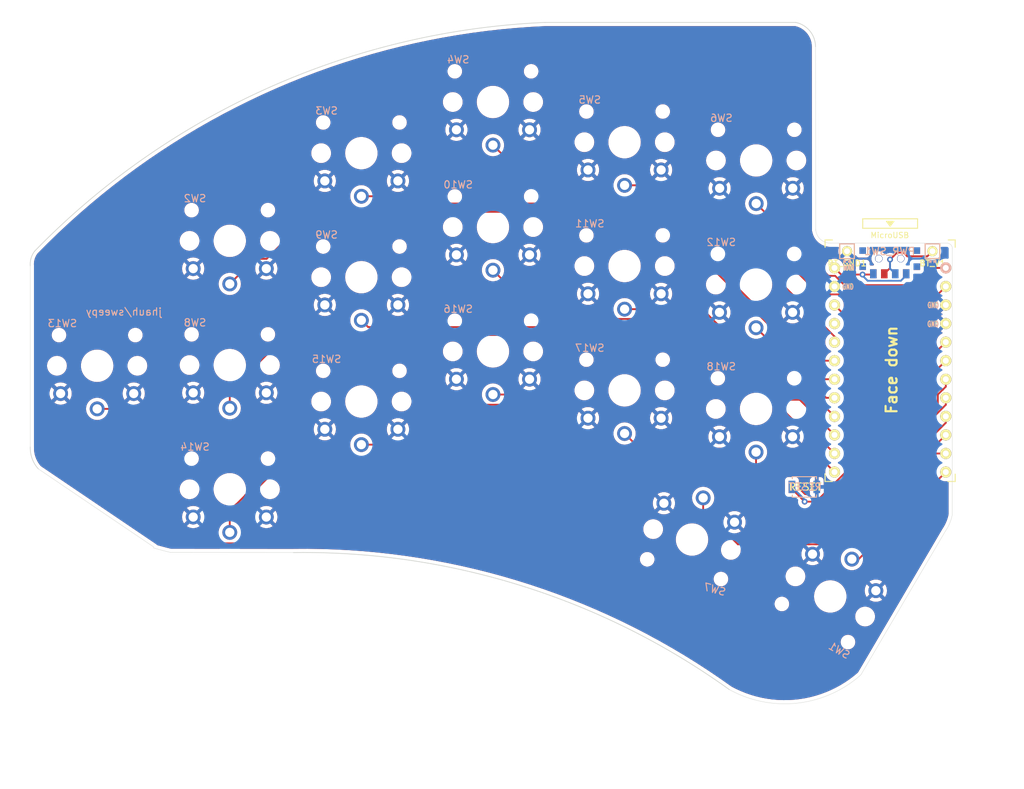
<source format=kicad_pcb>
(kicad_pcb (version 20211014) (generator pcbnew)
  (layers (0 "F.Cu" signal) (31 "B.Cu" signal) (34 "B.Paste" user) (35 "F.Paste" user) (36 "B.SilkS" user "B.Silkscreen") (37 "F.SilkS" user "F.Silkscreen") (38 "B.Mask" user) (39 "F.Mask" user) (44 "Edge.Cuts" user))
  (net 0 "")
  (net 1 "Net-(BT_V1-Pad1)")
  (net 2 "Net-(RSW1-Pad1)")
  (net 3 "GND")
  (net 4 "switch1")
  (net 5 "switch6")
  (net 6 "switch11")
  (net 7 "switch16")
  (net 8 "switch2")
  (net 9 "switch7")
  (net 10 "switch12")
  (net 11 "switch17")
  (net 12 "switch3")
  (net 13 "switch8")
  (net 14 "switch13")
  (net 15 "switch18")
  (net 16 "switch4")
  (net 17 "switch9")
  (net 18 "switch14")
  (net 19 "switch5")
  (net 20 "switch10")
  (net 21 "switch15")
  (net 22 "VCC")
  (net 23 "Net-(PWR_SW1-Pad3)")
  (footprint "kbd:ProMicro_v3_min" (layer "F.Cu") (at 138.117535 67.199212)
    (fp_text reference "U1" hide)
    (fp_text value "ProMicro" hide)
    (fp_text user "RAW" (at -5.64 -14.52 unlocked) (layer "B.SilkS") (effects (font (size 0.75 0.5) (thickness 0.125)) (justify mirror)))
    (fp_text user "GND" (at -5.77 -11.88) (layer "B.SilkS") (effects (font (size 0.75 0.5) (thickness 0.125)) (justify mirror)))
    (fp_text user "" (at -1.2065 -16.256) (layer "B.SilkS") (effects (justify mirror)))
    (fp_text user "GND" (at 5.88 -9.35) (layer "B.SilkS") (effects (font (size 0.75 0.5) (thickness 0.125)) (justify mirror)))
    (fp_text user "GND" (at 5.86 -6.77) (layer "B.SilkS") (effects (font (size 0.75 0.5) (thickness 0.125)) (justify mirror)))
    (fp_text user "GND" (at -5.77 -11.91) (layer "F.SilkS") (effects (font (size 0.75 0.5) (thickness 0.125))))
    (fp_text user "GND" (at 5.86 -6.8) (layer "F.SilkS") (effects (font (size 0.75 0.5) (thickness 0.125))))
    (fp_text user "" (at -0.5 -17.25) (layer "F.SilkS"))
    (fp_text user "GND" (at 5.88 -9.38) (layer "F.SilkS") (effects (font (size 0.75 0.5) (thickness 0.125))))
    (fp_text user "MicroUSB" (at -0.05 -18.95) (layer "F.SilkS") (effects (font (size 0.75 0.75) (thickness 0.12))))
    (fp_text user "RAW" (at -5.646009 -14.477575) (layer "F.SilkS") (effects (font (size 0.75 0.5) (thickness 0.125))))
    (fp_line (start 8.9 14.75) (end 7.89 14.75) (layer "F.SilkS") (width 0.15))
    (fp_line (start 0.5 -20.85) (end 0 -20.2) (layer "F.SilkS") (width 0.15))
    (fp_line (start -8.9 14.75) (end -7.9 14.75) (layer "F.SilkS") (width 0.15))
    (fp_line (start -8.9 -18.3) (end -7.9 -18.3) (layer "F.SilkS") (width 0.15))
    (fp_line (start 3.75 -21.2) (end -3.75 -21.2) (layer "F.SilkS") (width 0.15))
    (fp_line (start -0.15 -20.4) (end 0.15 -20.4) (layer "F.SilkS") (width 0.15))
    (fp_line (start -0.5 -20.85) (end 0.5 -20.85) (layer "F.SilkS") (width 0.15))
    (fp_line (start 8.9 -18.3) (end 8.9 -17.3) (layer "F.SilkS") (width 0.15))
    (fp_line (start 3.75 -19.9) (end 3.75 -21.2) (layer "F.SilkS") (width 0.15))
    (fp_line (start 0 -20.2) (end -0.5 -20.85) (layer "F.SilkS") (width 0.15))
    (fp_line (start -8.9 13.7) (end -8.9 14.75) (layer "F.SilkS") (width 0.15))
    (fp_line (start -3.75 -19.9) (end 3.75 -19.9) (layer "F.SilkS") (width 0.15))
    (fp_line (start -0.25 -20.55) (end 0.25 -20.55) (layer "F.SilkS") (width 0.15))
    (fp_line (start 8.9 13.75) (end 8.9 14.75) (layer "F.SilkS") (width 0.15))
    (fp_line (start 8.9 -18.3) (end 7.95 -18.3) (layer "F.SilkS") (width 0.15))
    (fp_line (start -8.9 -18.3) (end -8.9 -17.3) (layer "F.SilkS") (width 0.15))
    (fp_line (start -0.35 -20.7) (end 0.35 -20.7) (layer "F.SilkS") (width 0.15))
    (fp_line (start -3.75 -21.2) (end -3.75 -19.9) (layer "F.SilkS") (width 0.15))
    (pad "1" thru_hole circle locked (at 7.6114 -14.478) (size 1.524 1.524) (drill 0.8128) (layers *.Cu *.SilkS *.Mask) (net 5 "switch6"))
    (pad "2" thru_hole circle locked (at 7.6114 -11.938) (size 1.524 1.524) (drill 0.8128) (layers *.Cu "F.SilkS" "B.Mask") (net 19 "switch5"))
    (pad "3" thru_hole circle locked (at 7.6114 -9.398) (size 1.524 1.524) (drill 0.8128) (layers *.Cu "F.SilkS" "B.Mask") (net 3 "GND"))
    (pad "4" thru_hole circle locked (at 7.6114 -6.858) (size 1.524 1.524) (drill 0.8128) (layers *.Cu "F.SilkS" "B.Mask") (net 3 "GND"))
    (pad "5" thru_hole circle locked (at 7.6114 -4.318) (size 1.524 1.524) (drill 0.8128) (layers *.Cu "F.SilkS" "B.Mask") (net 15 "switch18"))
    (pad "6" thru_hole circle locked (at 7.6114 -1.778) (size 1.524 1.524) (drill 0.8128) (layers *.Cu "F.SilkS" "B.Mask") (net 11 "switch17"))
    (pad "7" thru_hole circle locked (at 7.6114 0.762) (size 1.524 1.524) (drill 0.8128) (layers *.Cu "F.SilkS" "B.Mask") (net 7 "switch16"))
    (pad "8" thru_hole circle locked (at 7.6114 3.302) (size 1.524 1.524) (drill 0.8128) (layers *.Cu "F.SilkS" "B.Mask") (net 21 "switch15"))
    (pad "9" thru_hole circle locked (at 7.6114 5.842) (size 1.524 1.524) (drill 0.8128) (layers *.Cu "F.SilkS" "B.Mask") (net 18 "switch14"))
    (pad "10" thru_hole circle locked (at 7.6114 8.382) (size 1.524 1.524) (drill 0.8128) (layers *.Cu "F.SilkS" "B.Mask") (net 14 "switch13"))
    (pad "11" thru_hole circle locked (at 7.6114 10.922) (size 1.524 1.524) (drill 0.8128) (layers *.Cu "F.SilkS" "B.Mask") (net 9 "switch7"))
    (pad "12" thru_hole circle locked (at 7.6114 13.462) (size 1.524 1.524) (drill 0.8128) (layers *.Cu "F.SilkS" "B.Mask") (net 4 "switch1"))
    (pad "13" thru_hole circle locked (at -7.6086 13.462) (size 1.524 1.524) (drill 0.8128) (layers *.Cu "F.SilkS" "B.Mask") (net 13 "switch8"))
    (pad "14" thru_hole circle locked (at -7.6086 10.922) (size 1.524 1.524) (drill 0.8128) (layers *.Cu "F.SilkS" "B.Mask") (net 17 "switch9"))
    (pad "15" thru_hole circle locked (at -7.6086 8.382) (size 1.524 1.524) (drill 0.8128) (layers *.Cu "F.SilkS" "B.Mask") (net 20 "switch10"))
    (pad "16" thru_hole circle locked (at -7.6086 5.842) (size 1.524 1.524) (drill 0.8128) (layers *.Cu "F.SilkS" "B.Mask") (net 6 "switch11"))
    (pad "17" thru_hole circle locked (at -7.6086 3.302) (size 1.524 1.524) (drill 0.8128) (layers *.Cu "F.SilkS" "B.Mask") (net 10 "switch12"))
    (pad "18" thru_hole circle locked (at -7.6086 0.762) (size 1.524 1.524) (drill 0.8128) (layers *.Cu "F.SilkS" "B.Mask") (net 8 "switch2"))
    (pad "19" thru_hole circle locked (at -7.6086 -1.778) (size 1.524 1.524) (drill 0.8128) (layers *.Cu "F.SilkS" "B.Mask") (net 12 "switch3"))
    (pad "20" thru_hole circle locked (at -7.6086 -4.318) (size 1.524 1.524) (drill 0.8128) (layers *.Cu "F.SilkS" "B.Mask") (net 16 "switch4"))
    (pad "21" thru_hole circle locked (at -7.6086 -6.858) (size 1.524 1.524) (drill 0.8128) (layers *.Cu "F.SilkS" "B.Mask") (net 22 "VCC"))
    (pad "22" thru_hole circle locked (at -7.6086 -9.398) (size 1.524 1.524) (drill 0.8128) (layers *.Cu "F.SilkS" "B.Mask") (net 2 "Net-(RSW1-Pad1)"))
    (pad "23" thru_hole circle locked (at -7.6086 -11.938) (size 1.524 1.524) (drill 0.8128) (layers *.Cu "F.SilkS" "B.Mask") (net 3 "GND"))
    (pad "24" thru_hole circle locked (at -7.6086 -14.478) (size 1.524 1.524) (drill 0.8128) (layers *.Cu "F.SilkS" "B.Mask") (net 23 "Net-(PWR_SW1-Pad3)"))
  )
  (footprint "Sweepy:choc_switch_reversible" (layer "F.Cu") (at 83.795535 64.151212)
    (fp_text reference "SW16" hide)
    (fp_text value "SW_Push" hide)
    (fp_text user "${REFERENCE}" (at -4.76 -5.8) (layer "B.SilkS") (effects (justify mirror)))
    (pad "" np_thru_hole circle (at 0 0) (size 3.429 3.429) (drill 3.429) (layers *.Cu *.Mask))
    (pad "" np_thru_hole circle (at 5.22 -4.2) (size 0.9906 0.9906) (drill 0.9906) (layers *.Cu *.Mask))
    (pad "" np_thru_hole circle (at 5.5 0) (size 1.7018 1.7018) (drill 1.7018) (layers *.Cu *.Mask))
    (pad "" np_thru_hole circle (at -5.22 -4.2) (size 0.9906 0.9906) (drill 0.9906) (layers *.Cu *.Mask))
    (pad "" np_thru_hole circle (at -5.5 0) (size 1.7018 1.7018) (drill 1.7018) (layers *.Cu *.Mask))
    (pad "1" thru_hole circle (at 0 5.9) (size 2.032 2.032) (drill 1.27) (layers *.Cu *.Mask) (net 7 "switch16"))
    (pad "2" thru_hole circle (at 5 3.8) (size 2.032 2.032) (drill 1.27) (layers *.Cu *.Mask) (net 3 "GND"))
    (pad "2" thru_hole circle (at -5 3.8) (size 2.032 2.032) (drill 1.27) (layers *.Cu *.Mask) (net 3 "GND"))
  )
  (footprint "Sweepy:choc_switch_reversible" (layer "F.Cu") (at 129.930425 97.686425 150)
    (fp_text reference "SW1" hide)
    (fp_text value "SW_Push" hide)
    (fp_text user "${REFERENCE}" (at -4.76 -5.8 150) (layer "B.SilkS") (effects (justify mirror)))
    (pad "" np_thru_hole circle (at -5.22 -4.2 150) (size 0.9906 0.9906) (drill 0.9906) (layers *.Cu *.Mask))
    (pad "" np_thru_hole circle (at 0 0 150) (size 3.429 3.429) (drill 3.429) (layers *.Cu *.Mask))
    (pad "" np_thru_hole circle (at -5.5 0 150) (size 1.7018 1.7018) (drill 1.7018) (layers *.Cu *.Mask))
    (pad "" np_thru_hole circle (at 5.5 0 150) (size 1.7018 1.7018) (drill 1.7018) (layers *.Cu *.Mask))
    (pad "" np_thru_hole circle (at 5.22 -4.2 150) (size 0.9906 0.9906) (drill 0.9906) (layers *.Cu *.Mask))
    (pad "1" thru_hole circle (at 0 5.9 150) (size 2.032 2.032) (drill 1.27) (layers *.Cu *.Mask) (net 4 "switch1"))
    (pad "2" thru_hole circle (at -5 3.8 150) (size 2.032 2.032) (drill 1.27) (layers *.Cu *.Mask) (net 3 "GND"))
    (pad "2" thru_hole circle (at 5 3.8 150) (size 2.032 2.032) (drill 1.27) (layers *.Cu *.Mask) (net 3 "GND"))
  )
  (footprint "Sweepy:choc_switch_reversible" (layer "F.Cu") (at 65.795535 71.009212)
    (fp_text reference "SW15" hide)
    (fp_text value "SW_Push" hide)
    (fp_text user "${REFERENCE}" (at -4.76 -5.8) (layer "B.SilkS") (effects (justify mirror)))
    (pad "" np_thru_hole circle (at 5.22 -4.2) (size 0.9906 0.9906) (drill 0.9906) (layers *.Cu *.Mask))
    (pad "" np_thru_hole circle (at -5.22 -4.2) (size 0.9906 0.9906) (drill 0.9906) (layers *.Cu *.Mask))
    (pad "" np_thru_hole circle (at 0 0) (size 3.429 3.429) (drill 3.429) (layers *.Cu *.Mask))
    (pad "" np_thru_hole circle (at -5.5 0) (size 1.7018 1.7018) (drill 1.7018) (layers *.Cu *.Mask))
    (pad "" np_thru_hole circle (at 5.5 0) (size 1.7018 1.7018) (drill 1.7018) (layers *.Cu *.Mask))
    (pad "1" thru_hole circle (at 0 5.9) (size 2.032 2.032) (drill 1.27) (layers *.Cu *.Mask) (net 21 "switch15"))
    (pad "2" thru_hole circle (at 5 3.8) (size 2.032 2.032) (drill 1.27) (layers *.Cu *.Mask) (net 3 "GND"))
    (pad "2" thru_hole circle (at -5 3.8) (size 2.032 2.032) (drill 1.27) (layers *.Cu *.Mask) (net 3 "GND"))
  )
  (footprint "Sweepy:choc_switch_reversible" (layer "F.Cu") (at 29.660425 66.116425)
    (fp_text reference "SW13" hide)
    (fp_text value "SW_Push" hide)
    (fp_text user "${REFERENCE}" (at -4.76 -5.8) (layer "B.SilkS") (effects (justify mirror)))
    (pad "" np_thru_hole circle (at -5.22 -4.2) (size 0.9906 0.9906) (drill 0.9906) (layers *.Cu *.Mask))
    (pad "" np_thru_hole circle (at 5.5 0) (size 1.7018 1.7018) (drill 1.7018) (layers *.Cu *.Mask))
    (pad "" np_thru_hole circle (at 5.22 -4.2) (size 0.9906 0.9906) (drill 0.9906) (layers *.Cu *.Mask))
    (pad "" np_thru_hole circle (at -5.5 0) (size 1.7018 1.7018) (drill 1.7018) (layers *.Cu *.Mask))
    (pad "" np_thru_hole circle (at 0 0) (size 3.429 3.429) (drill 3.429) (layers *.Cu *.Mask))
    (pad "1" thru_hole circle (at 0 5.9) (size 2.032 2.032) (drill 1.27) (layers *.Cu *.Mask) (net 14 "switch13"))
    (pad "2" thru_hole circle (at -5 3.8) (size 2.032 2.032) (drill 1.27) (layers *.Cu *.Mask) (net 3 "GND"))
    (pad "2" thru_hole circle (at 5 3.8) (size 2.032 2.032) (drill 1.27) (layers *.Cu *.Mask) (net 3 "GND"))
  )
  (footprint "Sweepy:choc_switch_reversible" (layer "F.Cu") (at 101.795535 69.485212)
    (fp_text reference "SW17" hide)
    (fp_text value "SW_Push" hide)
    (fp_text user "${REFERENCE}" (at -4.76 -5.8) (layer "B.SilkS") (effects (justify mirror)))
    (pad "" np_thru_hole circle (at -5.5 0) (size 1.7018 1.7018) (drill 1.7018) (layers *.Cu *.Mask))
    (pad "" np_thru_hole circle (at -5.22 -4.2) (size 0.9906 0.9906) (drill 0.9906) (layers *.Cu *.Mask))
    (pad "" np_thru_hole circle (at 0 0) (size 3.429 3.429) (drill 3.429) (layers *.Cu *.Mask))
    (pad "" np_thru_hole circle (at 5.5 0) (size 1.7018 1.7018) (drill 1.7018) (layers *.Cu *.Mask))
    (pad "" np_thru_hole circle (at 5.22 -4.2) (size 0.9906 0.9906) (drill 0.9906) (layers *.Cu *.Mask))
    (pad "1" thru_hole circle (at 0 5.9) (size 2.032 2.032) (drill 1.27) (layers *.Cu *.Mask) (net 11 "switch17"))
    (pad "2" thru_hole circle (at -5 3.8) (size 2.032 2.032) (drill 1.27) (layers *.Cu *.Mask) (net 3 "GND"))
    (pad "2" thru_hole circle (at 5 3.8) (size 2.032 2.032) (drill 1.27) (layers *.Cu *.Mask) (net 3 "GND"))
  )
  (footprint "Sweepy:choc_switch_reversible" (layer "F.Cu") (at 119.775535 72.025212)
    (fp_text reference "SW18" hide)
    (fp_text value "SW_Push" hide)
    (fp_text user "${REFERENCE}" (at -4.76 -5.8) (layer "B.SilkS") (effects (justify mirror)))
    (pad "" np_thru_hole circle (at 0 0) (size 3.429 3.429) (drill 3.429) (layers *.Cu *.Mask))
    (pad "" np_thru_hole circle (at 5.22 -4.2) (size 0.9906 0.9906) (drill 0.9906) (layers *.Cu *.Mask))
    (pad "" np_thru_hole circle (at -5.5 0) (size 1.7018 1.7018) (drill 1.7018) (layers *.Cu *.Mask))
    (pad "" np_thru_hole circle (at 5.5 0) (size 1.7018 1.7018) (drill 1.7018) (layers *.Cu *.Mask))
    (pad "" np_thru_hole circle (at -5.22 -4.2) (size 0.9906 0.9906) (drill 0.9906) (layers *.Cu *.Mask))
    (pad "1" thru_hole circle (at 0 5.9) (size 2.032 2.032) (drill 1.27) (layers *.Cu *.Mask) (net 15 "switch18"))
    (pad "2" thru_hole circle (at -5 3.8) (size 2.032 2.032) (drill 1.27) (layers *.Cu *.Mask) (net 3 "GND"))
    (pad "2" thru_hole circle (at 5 3.8) (size 2.032 2.032) (drill 1.27) (layers *.Cu *.Mask) (net 3 "GND"))
  )
  (footprint "Sweepy:choc_switch_reversible" (layer "F.Cu") (at 83.795535 30.017212)
    (fp_text reference "SW4" hide)
    (fp_text value "SW_Push" hide)
    (fp_text user "${REFERENCE}" (at -4.76 -5.8) (layer "B.SilkS") (effects (justify mirror)))
    (pad "" np_thru_hole circle (at 0 0) (size 3.429 3.429) (drill 3.429) (layers *.Cu *.Mask))
    (pad "" np_thru_hole circle (at -5.22 -4.2) (size 0.9906 0.9906) (drill 0.9906) (layers *.Cu *.Mask))
    (pad "" np_thru_hole circle (at 5.5 0) (size 1.7018 1.7018) (drill 1.7018) (layers *.Cu *.Mask))
    (pad "" np_thru_hole circle (at -5.5 0) (size 1.7018 1.7018) (drill 1.7018) (layers *.Cu *.Mask))
    (pad "" np_thru_hole circle (at 5.22 -4.2) (size 0.9906 0.9906) (drill 0.9906) (layers *.Cu *.Mask))
    (pad "1" thru_hole circle (at 0 5.9) (size 2.032 2.032) (drill 1.27) (layers *.Cu *.Mask) (net 16 "switch4"))
    (pad "2" thru_hole circle (at 5 3.8) (size 2.032 2.032) (drill 1.27) (layers *.Cu *.Mask) (net 3 "GND"))
    (pad "2" thru_hole circle (at -5 3.8) (size 2.032 2.032) (drill 1.27) (layers *.Cu *.Mask) (net 3 "GND"))
  )
  (footprint "Sweepy:choc_switch_reversible" (layer "F.Cu") (at 65.795535 37.017212)
    (fp_text reference "SW3" hide)
    (fp_text value "SW_Push" hide)
    (fp_text user "${REFERENCE}" (at -4.76 -5.8) (layer "B.SilkS") (effects (justify mirror)))
    (pad "" np_thru_hole circle (at -5.22 -4.2) (size 0.9906 0.9906) (drill 0.9906) (layers *.Cu *.Mask))
    (pad "" np_thru_hole circle (at 5.22 -4.2) (size 0.9906 0.9906) (drill 0.9906) (layers *.Cu *.Mask))
    (pad "" np_thru_hole circle (at 5.5 0) (size 1.7018 1.7018) (drill 1.7018) (layers *.Cu *.Mask))
    (pad "" np_thru_hole circle (at 0 0) (size 3.429 3.429) (drill 3.429) (layers *.Cu *.Mask))
    (pad "" np_thru_hole circle (at -5.5 0) (size 1.7018 1.7018) (drill 1.7018) (layers *.Cu *.Mask))
    (pad "1" thru_hole circle (at 0 5.9) (size 2.032 2.032) (drill 1.27) (layers *.Cu *.Mask) (net 12 "switch3"))
    (pad "2" thru_hole circle (at 5 3.8) (size 2.032 2.032) (drill 1.27) (layers *.Cu *.Mask) (net 3 "GND"))
    (pad "2" thru_hole circle (at -5 3.8) (size 2.032 2.032) (drill 1.27) (layers *.Cu *.Mask) (net 3 "GND"))
  )
  (footprint "Sweepy:choc_switch_reversible" (layer "F.Cu") (at 65.795535 53.991212)
    (fp_text reference "SW9" hide)
    (fp_text value "SW_Push" hide)
    (fp_text user "${REFERENCE}" (at -4.76 -5.8) (layer "B.SilkS") (effects (justify mirror)))
    (pad "" np_thru_hole circle (at 0 0) (size 3.429 3.429) (drill 3.429) (layers *.Cu *.Mask))
    (pad "" np_thru_hole circle (at 5.22 -4.2) (size 0.9906 0.9906) (drill 0.9906) (layers *.Cu *.Mask))
    (pad "" np_thru_hole circle (at 5.5 0) (size 1.7018 1.7018) (drill 1.7018) (layers *.Cu *.Mask))
    (pad "" np_thru_hole circle (at -5.5 0) (size 1.7018 1.7018) (drill 1.7018) (layers *.Cu *.Mask))
    (pad "" np_thru_hole circle (at -5.22 -4.2) (size 0.9906 0.9906) (drill 0.9906) (layers *.Cu *.Mask))
    (pad "1" thru_hole circle (at 0 5.9) (size 2.032 2.032) (drill 1.27) (layers *.Cu *.Mask) (net 17 "switch9"))
    (pad "2" thru_hole circle (at -5 3.8) (size 2.032 2.032) (drill 1.27) (layers *.Cu *.Mask) (net 3 "GND"))
    (pad "2" thru_hole circle (at 5 3.8) (size 2.032 2.032) (drill 1.27) (layers *.Cu *.Mask) (net 3 "GND"))
  )
  (footprint "Sweepy:choc_switch_reversible" (layer "F.Cu") (at 47.795535 83.017212)
    (fp_text reference "SW14" hide)
    (fp_text value "SW_Push" hide)
    (fp_text user "${REFERENCE}" (at -4.76 -5.8) (layer "B.SilkS") (effects (justify mirror)))
    (pad "" np_thru_hole circle (at 0 0) (size 3.429 3.429) (drill 3.429) (layers *.Cu *.Mask))
    (pad "" np_thru_hole circle (at 5.5 0) (size 1.7018 1.7018) (drill 1.7018) (layers *.Cu *.Mask))
    (pad "" np_thru_hole circle (at -5.5 0) (size 1.7018 1.7018) (drill 1.7018) (layers *.Cu *.Mask))
    (pad "" np_thru_hole circle (at -5.22 -4.2) (size 0.9906 0.9906) (drill 0.9906) (layers *.Cu *.Mask))
    (pad "" np_thru_hole circle (at 5.22 -4.2) (size 0.9906 0.9906) (drill 0.9906) (layers *.Cu *.Mask))
    (pad "1" thru_hole circle (at 0 5.9) (size 2.032 2.032) (drill 1.27) (layers *.Cu *.Mask) (net 18 "switch14"))
    (pad "2" thru_hole circle (at 5 3.8) (size 2.032 2.032) (drill 1.27) (layers *.Cu *.Mask) (net 3 "GND"))
    (pad "2" thru_hole circle (at -5 3.8) (size 2.032 2.032) (drill 1.27) (layers *.Cu *.Mask) (net 3 "GND"))
  )
  (footprint "Sweepy:choc_switch_reversible" (layer "F.Cu") (at 119.775535 55.007212)
    (fp_text reference "SW12" hide)
    (fp_text value "SW_Push" hide)
    (fp_text user "${REFERENCE}" (at -4.76 -5.8) (layer "B.SilkS") (effects (justify mirror)))
    (pad "" np_thru_hole circle (at 0 0) (size 3.429 3.429) (drill 3.429) (layers *.Cu *.Mask))
    (pad "" np_thru_hole circle (at 5.5 0) (size 1.7018 1.7018) (drill 1.7018) (layers *.Cu *.Mask))
    (pad "" np_thru_hole circle (at -5.5 0) (size 1.7018 1.7018) (drill 1.7018) (layers *.Cu *.Mask))
    (pad "" np_thru_hole circle (at 5.22 -4.2) (size 0.9906 0.9906) (drill 0.9906) (layers *.Cu *.Mask))
    (pad "" np_thru_hole circle (at -5.22 -4.2) (size 0.9906 0.9906) (drill 0.9906) (layers *.Cu *.Mask))
    (pad "1" thru_hole circle (at 0 5.9) (size 2.032 2.032) (drill 1.27) (layers *.Cu *.Mask) (net 10 "switch12"))
    (pad "2" thru_hole circle (at 5 3.8) (size 2.032 2.032) (drill 1.27) (layers *.Cu *.Mask) (net 3 "GND"))
    (pad "2" thru_hole circle (at -5 3.8) (size 2.032 2.032) (drill 1.27) (layers *.Cu *.Mask) (net 3 "GND"))
  )
  (footprint "Sweepy:choc_switch_reversible" (layer "F.Cu") (at 101.795535 52.467212)
    (fp_text reference "SW11" hide)
    (fp_text value "SW_Push" hide)
    (fp_text user "${REFERENCE}" (at -4.76 -5.8) (layer "B.SilkS") (effects (justify mirror)))
    (pad "" np_thru_hole circle (at -5.5 0) (size 1.7018 1.7018) (drill 1.7018) (layers *.Cu *.Mask))
    (pad "" np_thru_hole circle (at 0 0) (size 3.429 3.429) (drill 3.429) (layers *.Cu *.Mask))
    (pad "" np_thru_hole circle (at 5.22 -4.2) (size 0.9906 0.9906) (drill 0.9906) (layers *.Cu *.Mask))
    (pad "" np_thru_hole circle (at -5.22 -4.2) (size 0.9906 0.9906) (drill 0.9906) (layers *.Cu *.Mask))
    (pad "" np_thru_hole circle (at 5.5 0) (size 1.7018 1.7018) (drill 1.7018) (layers *.Cu *.Mask))
    (pad "1" thru_hole circle (at 0 5.9) (size 2.032 2.032) (drill 1.27) (layers *.Cu *.Mask) (net 6 "switch11"))
    (pad "2" thru_hole circle (at -5 3.8) (size 2.032 2.032) (drill 1.27) (layers *.Cu *.Mask) (net 3 "GND"))
    (pad "2" thru_hole circle (at 5 3.8) (size 2.032 2.032) (drill 1.27) (layers *.Cu *.Mask) (net 3 "GND"))
  )
  (footprint "Sweepy:choc_switch_reversible" (layer "F.Cu") (at 47.795535 66.017212)
    (fp_text reference "SW8" hide)
    (fp_text value "SW_Push" hide)
    (fp_text user "${REFERENCE}" (at -4.76 -5.8) (layer "B.SilkS") (effects (justify mirror)))
    (pad "" np_thru_hole circle (at -5.5 0) (size 1.7018 1.7018) (drill 1.7018) (layers *.Cu *.Mask))
    (pad "" np_thru_hole circle (at -5.22 -4.2) (size 0.9906 0.9906) (drill 0.9906) (layers *.Cu *.Mask))
    (pad "" np_thru_hole circle (at 5.5 0) (size 1.7018 1.7018) (drill 1.7018) (layers *.Cu *.Mask))
    (pad "" np_thru_hole circle (at 0 0) (size 3.429 3.429) (drill 3.429) (layers *.Cu *.Mask))
    (pad "" np_thru_hole circle (at 5.22 -4.2) (size 0.9906 0.9906) (drill 0.9906) (layers *.Cu *.Mask))
    (pad "1" thru_hole circle (at 0 5.9) (size 2.032 2.032) (drill 1.27) (layers *.Cu *.Mask) (net 13 "switch8"))
    (pad "2" thru_hole circle (at -5 3.8) (size 2.032 2.032) (drill 1.27) (layers *.Cu *.Mask) (net 3 "GND"))
    (pad "2" thru_hole circle (at 5 3.8) (size 2.032 2.032) (drill 1.27) (layers *.Cu *.Mask) (net 3 "GND"))
  )
  (footprint "Sweepy:choc_switch_reversible" (layer "F.Cu") (at 119.795535 38.017212)
    (fp_text reference "SW6" hide)
    (fp_text value "SW_Push" hide)
    (fp_text user "${REFERENCE}" (at -4.76 -5.8) (layer "B.SilkS") (effects (justify mirror)))
    (pad "" np_thru_hole circle (at 5.22 -4.2) (size 0.9906 0.9906) (drill 0.9906) (layers *.Cu *.Mask))
    (pad "" np_thru_hole circle (at -5.22 -4.2) (size 0.9906 0.9906) (drill 0.9906) (layers *.Cu *.Mask))
    (pad "" np_thru_hole circle (at 0 0) (size 3.429 3.429) (drill 3.429) (layers *.Cu *.Mask))
    (pad "" np_thru_hole circle (at 5.5 0) (size 1.7018 1.7018) (drill 1.7018) (layers *.Cu *.Mask))
    (pad "" np_thru_hole circle (at -5.5 0) (size 1.7018 1.7018) (drill 1.7018) (layers *.Cu *.Mask))
    (pad "1" thru_hole circle (at 0 5.9) (size 2.032 2.032) (drill 1.27) (layers *.Cu *.Mask) (net 5 "switch6"))
    (pad "2" thru_hole circle (at 5 3.8) (size 2.032 2.032) (drill 1.27) (layers *.Cu *.Mask) (net 3 "GND"))
    (pad "2" thru_hole circle (at -5 3.8) (size 2.032 2.032) (drill 1.27) (layers *.Cu *.Mask) (net 3 "GND"))
  )
  (footprint "Sweepy:choc_switch_reversible" (layer "F.Cu") (at 101.795535 35.517212)
    (fp_text reference "SW5" hide)
    (fp_text value "SW_Push" hide)
    (fp_text user "${REFERENCE}" (at -4.76 -5.8) (layer "B.SilkS") (effects (justify mirror)))
    (pad "" np_thru_hole circle (at -5.5 0) (size 1.7018 1.7018) (drill 1.7018) (layers *.Cu *.Mask))
    (pad "" np_thru_hole circle (at 5.22 -4.2) (size 0.9906 0.9906) (drill 0.9906) (layers *.Cu *.Mask))
    (pad "" np_thru_hole circle (at -5.22 -4.2) (size 0.9906 0.9906) (drill 0.9906) (layers *.Cu *.Mask))
    (pad "" np_thru_hole circle (at 5.5 0) (size 1.7018 1.7018) (drill 1.7018) (layers *.Cu *.Mask))
    (pad "" np_thru_hole circle (at 0 0) (size 3.429 3.429) (drill 3.429) (layers *.Cu *.Mask))
    (pad "1" thru_hole circle (at 0 5.9) (size 2.032 2.032) (drill 1.27) (layers *.Cu *.Mask) (net 19 "switch5"))
    (pad "2" thru_hole circle (at -5 3.8) (size 2.032 2.032) (drill 1.27) (layers *.Cu *.Mask) (net 3 "GND"))
    (pad "2" thru_hole circle (at 5 3.8) (size 2.032 2.032) (drill 1.27) (layers *.Cu *.Mask) (net 3 "GND"))
  )
  (footprint "Sweepy:choc_switch_reversible" (layer "F.Cu") (at 47.795535 49.017212)
    (fp_text reference "SW2" hide)
    (fp_text value "SW_Push" hide)
    (fp_text user "${REFERENCE}" (at -4.76 -5.8) (layer "B.SilkS") (effects (justify mirror)))
    (pad "" np_thru_hole circle (at 5.5 0) (size 1.7018 1.7018) (drill 1.7018) (layers *.Cu *.Mask))
    (pad "" np_thru_hole circle (at -5.22 -4.2) (size 0.9906 0.9906) (drill 0.9906) (layers *.Cu *.Mask))
    (pad "" np_thru_hole circle (at -5.5 0) (size 1.7018 1.7018) (drill 1.7018) (layers *.Cu *.Mask))
    (pad "" np_thru_hole circle (at 0 0) (size 3.429 3.429) (drill 3.429) (layers *.Cu *.Mask))
    (pad "" np_thru_hole circle (at 5.22 -4.2) (size 0.9906 0.9906) (drill 0.9906) (layers *.Cu *.Mask))
    (pad "1" thru_hole circle (at 0 5.9) (size 2.032 2.032) (drill 1.27) (layers *.Cu *.Mask) (net 8 "switch2"))
    (pad "2" thru_hole circle (at -5 3.8) (size 2.032 2.032) (drill 1.27) (layers *.Cu *.Mask) (net 3 "GND"))
    (pad "2" thru_hole circle (at 5 3.8) (size 2.032 2.032) (drill 1.27) (layers *.Cu *.Mask) (net 3 "GND"))
  )
  (footprint "Sweepy:reset_switch" (layer "F.Cu") (at 126.379535 82.693212)
    (fp_text reference "RSW1" hide)
    (fp_text value "SW_Push")
    (fp_text user "RESET" (at 0.127 0) (layer "B.SilkS") (effects (justify mirror)))
    (fp_line (start -1.65 -1.4) (end 1.65 -1.4) (layer "F.SilkS") (width 0.12))
    (fp_line (start -1.65 1.1) (end -1.65 1.4) (layer "F.SilkS") (width 0.12))
    (fp_line (start 1.65 -1.4) (end 1.65 -1.1) (layer "F.SilkS") (width 0.12))
    (fp_line (start 1.65 1.4) (end 1.65 1.1) (layer "F.SilkS") (width 0.12))
    (fp_line (start -1.65 1.4) (end 1.65 1.4) (layer "F.SilkS") (width 0.12))
    (fp_line (start -1.65 -1.1) (end -1.65 -1.4) (layer "F.SilkS") (width 0.12))
    (pad "1" smd rect (at -1.7 0) (size 0.9 1.7) (layers "F.Cu" "F.Paste" "F.Mask") (net 2 "Net-(RSW1-Pad1)"))
    (pad "2" smd rect (at 1.7 0) (size 0.9 1.7) (layers "F.Cu" "F.Paste" "F.Mask") (net 3 "GND"))
  )
  (footprint "Sweepy:choc_switch_reversible" (layer "F.Cu") (at 83.795535 47.133212)
    (fp_text reference "SW10" hide)
    (fp_text value "SW_Push" hide)
    (fp_text user "${REFERENCE}" (at -4.76 -5.8) (layer "B.SilkS") (effects (justify mirror)))
    (pad "" np_thru_hole circle (at 5.22 -4.2) (size 0.9906 0.9906) (drill 0.9906) (layers *.Cu *.Mask))
    (pad "" np_thru_hole circle (at 0 0) (size 3.429 3.429) (drill 3.429) (layers *.Cu *.Mask))
    (pad "" np_thru_hole circle (at -5.22 -4.2) (size 0.9906 0.9906) (drill 0.9906) (layers *.Cu *.Mask))
    (pad "" np_thru_hole circle (at -5.5 0) (size 1.7018 1.7018) (drill 1.7018) (layers *.Cu *.Mask))
    (pad "" np_thru_hole circle (at 5.5 0) (size 1.7018 1.7018) (drill 1.7018) (layers *.Cu *.Mask))
    (pad "1" thru_hole circle (at 0 5.9) (size 2.032 2.032) (drill 1.27) (layers *.Cu *.Mask) (net 20 "switch10"))
    (pad "2" thru_hole circle (at 5 3.8) (size 2.032 2.032) (drill 1.27) (layers *.Cu *.Mask) (net 3 "GND"))
    (pad "2" thru_hole circle (at -5 3.8) (size 2.032 2.032) (drill 1.27) (layers *.Cu *.Mask) (net 3 "GND"))
  )
  (footprint "Sweepy:Bat_MountingHole" (layer "F.Cu") (at 143.905535 50.435212)
    (fp_text reference "BT_V1" (at 0 1.651) (layer "F.SilkS") (effects (font (size 0.8128 0.8128))))
    (fp_text value "MountingHole_Pad" hide)
    (fp_text user "**" (at 0 1.651) (layer "B.SilkS") (effects (font (size 0.8128 0.8128)) (justify mirror)))
    (fp_line (start 1 1) (end -1 1) (layer "B.SilkS") (width 0.15))
    (fp_line (start 1 -1) (end 1 1) (layer "B.SilkS") (width 0.15))
    (fp_line (start -1 -1) (end 1 -1) (layer "B.SilkS") (width 0.15))
    (fp_line (start -1 1) (end -1 -1) (layer "B.SilkS") (width 0.15))
    (fp_line (start 1 -1) (end -1 -1) (layer "F.SilkS") (width 0.15))
    (fp_line (start -1 1) (end 1 1) (layer "F.SilkS") (width 0.15))
    (fp_line (start -1 -1) (end -1 1) (layer "F.SilkS") (width 0.15))
    (fp_line (start 1 1) (end 1 -1) (layer "F.SilkS") (width 0.15))
    (pad "1" thru_hole circle (at 0 0) (size 1.397 1.397) (drill 0.8128) (layers *.Cu *.Mask "F.SilkS") (net 1 "Net-(BT_V1-Pad1)"))
  )
  (footprint "Sweepy:bat_gnd_mountingHole" (layer "F.Cu") (at 132.221535 50.435212)
    (fp_text reference "BT_GND1" (at 0 1.651) (layer "F.SilkS") (effects (font (size 0.8128 0.8128))))
    (fp_text value "MountingHole_Pad" hide)
    (fp_text user "**" (at 0 1.651) (layer "B.SilkS") (effects (font (size 0.8128 0.8128)) (justify mirror)))
    (fp_line (start 1 1) (end -1 1) (layer "B.SilkS") (width 0.15))
    (fp_line (start -1 -1) (end 1 -1) (layer "B.SilkS") (width 0.15))
    (fp_line (start 1 -1) (end 1 1) (layer "B.SilkS") (width 0.15))
    (fp_line (start -1 1) (end -1 -1) (layer "B.SilkS") (width 0.15))
    (fp_line (start 1 -1) (end -1 -1) (layer "F.SilkS") (width 0.15))
    (fp_line (start -1 1) (end 1 1) (layer "F.SilkS") (width 0.15))
    (fp_line (start 1 1) (end 1 -1) (layer "F.SilkS") (width 0.15))
    (fp_line (start -1 -1) (end -1 1) (layer "F.SilkS") (width 0.15))
    (pad "1" thru_hole circle (at 0 0) (size 1.397 1.397) (drill 0.8128) (layers *.Cu *.Mask "F.SilkS") (net 3 "GND"))
  )
  (footprint "Kailh:SPDT_C128955" (layer "F.Cu") (at 138.066802 51.454137)
    (fp_text reference "PWR_SW1" (at 0 -1) (layer "F.SilkS") (effects (justify mirror)))
    (fp_text value "SW_SPDT")
    (pad "" np_thru_hole circle locked (at 1.5 0) (size 1 1) (drill 0.9) (layers *.Cu *.Mask))
    (pad "" np_thru_hole circle locked (at -1.5 0) (size 1 1) (drill 0.9) (layers *.Cu *.Mask))
    (pad "0" smd rect locked (at 3.7 1.1) (size 0.9 0.9) (layers "F.Cu" "F.Paste" "F.Mask"))
    (pad "0" smd rect locked (at -3.7 1.1) (size 0.9 0.9) (layers "F.Cu" "F.Paste" "F.Mask"))
    (pad "0" smd rect locked (at 3.7 -1.1) (size 0.9 0.9) (layers "F.Cu" "F.Paste" "F.Mask"))
    (pad "0" smd rect locked (at -3.7 -1.1) (size 0.9 0.9) (layers "F.Cu" "F.Paste" "F.Mask"))
    (pad "1" smd rect locked (at 2.25 2.075) (size 0.9 1.25) (layers "F.Cu" "F.Paste" "F.Mask"))
    (pad "2" smd rect locked (at -0.75 2.075) (size 0.9 1.25) (layers "F.Cu" "F.Paste" "F.Mask") (net 1 "Net-(BT_V1-Pad1)"))
    (pad "3" smd rect locked (at -2.25 2.075) (size 0.9 1.25) (layers "F.Cu" "F.Paste" "F.Mask") (net 23 "Net-(PWR_SW1-Pad3)"))
  )
  (footprint "Sweepy:choc_switch_reversible" (layer "F.Cu") (at 111.020425 89.896425 165)
    (fp_text reference "SW7" hide)
    (fp_text value "SW_Push" hide)
    (fp_text user "${REFERENCE}" (at -4.76 -5.8 165) (layer "B.SilkS") (effects (justify mirror)))
    (pad "" np_thru_hole circle (at 5.5 0 165) (size 1.7018 1.7018) (drill 1.7018) (layers *.Cu *.Mask))
    (pad "" np_thru_hole circle (at -5.22 -4.2 165) (size 0.9906 0.9906) (drill 0.9906) (layers *.Cu *.Mask))
    (pad "" np_thru_hole circle (at -5.5 0 165) (size 1.7018 1.7018) (drill 1.7018) (layers *.Cu *.Mask))
    (pad "" np_thru_hole circle (at 5.22 -4.2 165) (size 0.9906 0.9906) (drill 0.9906) (layers *.Cu *.Mask))
    (pad "" np_thru_hole circle (at 0 0 165) (size 3.429 3.429) (drill 3.429) (layers *.Cu *.Mask))
    (pad "1" thru_hole circle (at 0 5.9 165) (size 2.032 2.032) (drill 1.27) (layers *.Cu *.Mask) (net 9 "switch7"))
    (pad "2" thru_hole circle (at 5 3.8 165) (size 2.032 2.032) (drill 1.27) (layers *.Cu *.Mask) (net 3 "GND"))
    (pad "2" thru_hole circle (at -5 3.8 165) (size 2.032 2.032) (drill 1.27) (layers *.Cu *.Mask) (net 3 "GND"))
  )
  (footprint "Kailh:SPDT_C128955" (layer "B.Cu") (at 138.063535 51.451212 180)
    (fp_text reference "PWR_SW1" (at 0 1) (layer "B.SilkS") (effects (justify mirror)))
    (fp_text value "SW_SPDT")
    (pad "" np_thru_hole circle locked (at -1.5 0 180) (size 1 1) (drill 0.9) (layers *.Cu *.Mask))
    (pad "" np_thru_hole circle locked (at 1.5 0 180) (size 1 1) (drill 0.9) (layers *.Cu *.Mask))
    (pad "0" smd rect locked (at -3.7 -1.1 180) (size 0.9 0.9) (layers "B.Cu" "B.Paste" "B.Mask"))
    (pad "0" smd rect locked (at 3.7 1.1 180) (size 0.9 0.9) (layers "B.Cu" "B.Paste" "B.Mask"))
    (pad "0" smd rect locked (at -3.7 1.1 180) (size 0.9 0.9) (layers "B.Cu" "B.Paste" "B.Mask"))
    (pad "0" smd rect locked (at 3.7 -1.1 180) (size 0.9 0.9) (layers "B.Cu" "B.Paste" "B.Mask"))
    (pad "1" smd rect locked (at 2.25 -2.075 180) (size 0.9 1.25) (layers "B.Cu" "B.Paste" "B.Mask"))
    (pad "2" smd rect locked (at -0.75 -2.075 180) (size 0.9 1.25) (layers "B.Cu" "B.Paste" "B.Mask") (net 1 "Net-(BT_V1-Pad1)"))
    (pad "3" smd rect locked (at -2.25 -2.075 180) (size 0.9 1.25) (layers "B.Cu" "B.Paste" "B.Mask") (net 23 "Net-(PWR_SW1-Pad3)"))
  )
  (footprint "Sweepy:reset_switch" (layer "B.Cu") (at 126.386802 82.691637)
    (fp_text reference "RSW1" hide)
    (fp_text value "SW_Push")
    (fp_text user "RESET" (at 0.127 0 180) (layer "F.SilkS"))
    (fp_line (start -1.65 -1.4) (end 1.65 -1.4) (layer "B.SilkS") (width 0.12))
    (fp_line (start 1.65 1.4) (end 1.65 1.1) (layer "B.SilkS") (width 0.12))
    (fp_line (start 1.65 -1.4) (end 1.65 -1.1) (layer "B.SilkS") (width 0.12))
    (fp_line (start -1.65 1.1) (end -1.65 1.4) (layer "B.SilkS") (width 0.12))
    (fp_line (start -1.65 -1.1) (end -1.65 -1.4) (layer "B.SilkS") (width 0.12))
    (fp_line (start -1.65 1.4) (end 1.65 1.4) (layer "B.SilkS") (width 0.12))
    (pad "1" smd rect (at -1.7 0) (size 0.9 1.7) (layers "B.Cu" "B.Paste" "B.Mask") (net 2 "Net-(RSW1-Pad1)"))
    (pad "2" smd rect (at 1.7 0) (size 0.9 1.7) (layers "B.Cu" "B.Paste" "B.Mask") (net 3 "GND"))
  )
  (gr_line (start 21.610425 80.226425) (end 37.410425 90.926425) (layer "Edge.Cuts") (width 0.05))
  (gr_line (start 127.937536 47.599211) (end 127.910425 22.426425) (layer "Edge.Cuts") (width 0.05))
  (gr_arc (start 129.972537 49.330129) (mid 128.560069 48.780928) (end 127.937536 47.399211) (layer "Edge.Cuts") (width 0.05))
  (gr_arc (start 145.877535 49.327212) (mid 146.407865 49.546882) (end 146.627535 50.077212) (layer "Edge.Cuts") (width 0.05))
  (gr_arc (start 39.710425 91.666425) (mid 38.513799 91.364851) (end 37.310425 91.026425) (layer "Edge.Cuts") (width 0.05))
  (gr_line (start 129.972537 49.330129) (end 145.877535 49.327212) (layer "Edge.Cuts") (width 0.05))
  (gr_line (start 146.627535 58.055212) (end 146.627535 66.183212) (layer "Edge.Cuts") (width 0.05))
  (gr_line (start 146.627535 50.077212) (end 146.627535 58.055212) (layer "Edge.Cuts") (width 0.05))
  (gr_line (start 146.627535 66.183212) (end 146.620425 86.486425) (layer "Edge.Cuts") (width 0.05))
  (gr_line (start 125.210425 19.126425) (end 90.910425 19.126425) (layer "Edge.Cuts") (width 0.1))
  (gr_line (start 56.511526 91.681637) (end 39.710425 91.666425) (layer "Edge.Cuts") (width 0.05))
  (gr_line (start 134.110425 108.426425) (end 145.670425 88.756425) (layer "Edge.Cuts") (width 0.05))
  (gr_arc (start 56.511526 91.681637) (mid 87.823714 96.26576) (end 116.110425 110.426425) (layer "Edge.Cuts") (width 0.1))
  (gr_arc (start 21.610425 80.226425) (mid 20.770792 78.832624) (end 20.510425 77.226425) (layer "Edge.Cuts") (width 0.1))
  (gr_arc (start 125.210425 19.126425) (mid 127.142553 20.300137) (end 127.910425 22.426425) (layer "Edge.Cuts") (width 0.1))
  (gr_arc (start 146.620425 86.486425) (mid 146.264252 87.671154) (end 145.670425 88.756425) (layer "Edge.Cuts") (width 0.05))
  (gr_arc (start 21.110425 50.426425) (mid 53.017189 28.101413) (end 90.910425 19.126425) (layer "Edge.Cuts") (width 0.1))
  (gr_arc (start 134.110425 108.426425) (mid 125.42794 112.284061) (end 116.110425 110.426425) (layer "Edge.Cuts") (width 0.05))
  (gr_line (start 20.510425 52.426425) (end 20.510425 77.226425) (layer "Edge.Cuts") (width 0.05))
  (gr_arc (start 20.510425 52.426425) (mid 20.628292 51.367186) (end 21.110425 50.426425) (layer "Edge.Cuts") (width 0.1))
  (gr_text "jhauh/sweepy" (at 33.310425 58.726425) (layer "B.SilkS") (effects (font (size 1 1)) (justify mirror)))
  (gr_text "Face down" (at 138.317535 66.691212 90) (layer "F.SilkS") (effects (font (size 1.5 1.5) (thickness 0.3))))
  (segment (start 143.207035 51.133712) (end 140.454727 51.133712) (width 0.25) (layer "F.Cu") (net 1))
  (segment (start 143.905535 50.435212) (end 143.207035 51.133712) (width 0.25) (layer "F.Cu") (net 1))
  (segment (start 140.454727 51.133712) (end 139.947706 50.626691) (width 0.25) (layer "F.Cu") (net 1))
  (segment (start 138.659109 51.02933) (end 138.116802 51.571637) (width 0.25) (layer "F.Cu") (net 1))
  (segment (start 138.116802 51.571637) (end 138.106802 51.571637) (width 0.25) (layer "F.Cu") (net 1))
  (segment (start 138.106802 51.571637) (end 138.106802 52.739137) (width 0.25) (layer "F.Cu") (net 1))
  (segment (start 139.061748 50.626691) (end 138.659109 51.02933) (width 0.25) (layer "F.Cu") (net 1))
  (segment (start 139.947706 50.626691) (end 139.061748 50.626691) (width 0.25) (layer "F.Cu") (net 1))
  (segment (start 138.106802 52.739137) (end 137.316802 53.529137) (width 0.25) (layer "F.Cu") (net 1))
  (via (at 138.106802 51.571637) (size 0.8) (drill 0.4) (layers "F.Cu" "B.Cu") (net 1))
  (segment (start 138.106802 51.571637) (end 138.106802 52.819479) (width 0.25) (layer "B.Cu") (net 1))
  (segment (start 138.106802 52.819479) (end 138.813535 53.526212) (width 0.25) (layer "B.Cu") (net 1))
  (segment (start 132.136802 80.569905) (end 127.99507 84.711637) (width 0.25) (layer "F.Cu") (net 2))
  (segment (start 124.985227 82.693212) (end 124.679535 82.693212) (width 0.25) (layer "F.Cu") (net 2))
  (segment (start 127.99507 84.711637) (end 126.426802 84.711637) (width 0.25) (layer "F.Cu") (net 2))
  (segment (start 132.136802 59.429079) (end 132.136802 59.701637) (width 0.25) (layer "F.Cu") (net 2))
  (segment (start 132.136802 78.029905) (end 132.136802 80.569905) (width 0.25) (layer "F.Cu") (net 2))
  (segment (start 124.679535 82.96437) (end 124.679535 82.693212) (width 0.25) (layer "F.Cu") (net 2))
  (segment (start 130.508935 57.801212) (end 132.136802 59.429079) (width 0.25) (layer "F.Cu") (net 2))
  (segment (start 126.426802 84.711637) (end 124.679535 82.96437) (width 0.25) (layer "F.Cu") (net 2))
  (segment (start 132.136802 59.701637) (end 132.136802 78.029905) (width 0.25) (layer "F.Cu") (net 2))
  (via (at 126.426802 84.711637) (size 0.8) (drill 0.4) (layers "F.Cu" "B.Cu") (net 2))
  (segment (start 126.426802 84.431637) (end 124.686802 82.691637) (width 0.25) (layer "B.Cu") (net 2))
  (segment (start 126.426802 84.711637) (end 126.426802 84.431637) (width 0.25) (layer "B.Cu") (net 2))
  (segment (start 145.728935 80.661212) (end 133.813272 92.576875) (width 0.25) (layer "F.Cu") (net 4))
  (segment (start 133.813272 92.576875) (end 132.880425 92.576875) (width 0.25) (layer "F.Cu") (net 4))
  (segment (start 143.657227 52.721212) (end 141.296802 55.081637) (width 0.25) (layer "F.Cu") (net 5))
  (segment (start 129.686046 53.807723) (end 119.795535 43.917212) (width 0.25) (layer "F.Cu") (net 5))
  (segment (start 131.86592 55.081637) (end 130.592006 53.807723) (width 0.25) (layer "F.Cu") (net 5))
  (segment (start 145.728935 52.721212) (end 143.657227 52.721212) (width 0.25) (layer "F.Cu") (net 5))
  (segment (start 130.592006 53.807723) (end 129.686046 53.807723) (width 0.25) (layer "F.Cu") (net 5))
  (segment (start 141.296802 55.081637) (end 131.86592 55.081637) (width 0.25) (layer "F.Cu") (net 5))
  (segment (start 123.71419 69.641637) (end 127.10936 69.641637) (width 0.25) (layer "F.Cu") (net 6))
  (segment (start 127.10936 69.641637) (end 130.508935 73.041212) (width 0.25) (layer "F.Cu") (net 6))
  (segment (start 112.439765 58.367212) (end 101.795535 58.367212) (width 0.25) (layer "F.Cu") (net 6))
  (segment (start 123.71419 69.641637) (end 112.439765 58.367212) (width 0.25) (layer "F.Cu") (net 6))
  (segment (start 144.642424 71.476015) (end 128.646802 87.471637) (width 0.25) (layer "F.Cu") (net 7))
  (segment (start 145.293738 69.414701) (end 145.278886 69.414701) (width 0.25) (layer "F.Cu") (net 7))
  (segment (start 91.026802 70.031637) (end 91.007227 70.051212) (width 0.25) (layer "F.Cu") (net 7))
  (segment (start 91.007227 70.051212) (end 83.795535 70.051212) (width 0.25) (layer "F.Cu") (net 7))
  (segment (start 115.936802 78.321637) (end 99.316802 78.321637) (width 0.25) (layer "F.Cu") (net 7))
  (segment (start 145.728935 67.961212) (end 145.728935 68.979504) (width 0.25) (layer "F.Cu") (net 7))
  (segment (start 99.316802 78.321637) (end 91.026802 70.031637) (width 0.25) (layer "F.Cu") (net 7))
  (segment (start 125.086802 87.471637) (end 115.936802 78.321637) (width 0.25) (layer "F.Cu") (net 7))
  (segment (start 145.728935 68.979504) (end 145.293738 69.414701) (width 0.25) (layer "F.Cu") (net 7))
  (segment (start 128.646802 87.471637) (end 125.086802 87.471637) (width 0.25) (layer "F.Cu") (net 7))
  (segment (start 145.278886 69.414701) (end 144.642424 70.051163) (width 0.25) (layer "F.Cu") (net 7))
  (segment (start 144.642424 70.051163) (end 144.642424 71.476015) (width 0.25) (layer "F.Cu") (net 7))
  (segment (start 130.508935 67.961212) (end 128.962543 67.961212) (width 0.25) (layer "F.Cu") (net 8))
  (segment (start 51.236046 51.476701) (end 47.795535 54.917212) (width 0.25) (layer "F.Cu") (net 8))
  (segment (start 106.045522 45.044191) (end 59.269312 45.044191) (width 0.25) (layer "F.Cu") (net 8))
  (segment (start 128.962543 67.961212) (end 106.045522 45.044191) (width 0.25) (layer "F.Cu") (net 8))
  (segment (start 52.836802 51.476701) (end 51.236046 51.476701) (width 0.25) (layer "F.Cu") (net 8))
  (segment (start 59.269312 45.044191) (end 52.836802 51.476701) (width 0.25) (layer "F.Cu") (net 8))
  (segment (start 144.235638 78.121212) (end 131.801833 90.555017) (width 0.25) (layer "F.Cu") (net 9))
  (segment (start 117.301112 90.555017) (end 112.547457 85.801362) (width 0.25) (layer "F.Cu") (net 9))
  (segment (start 112.547457 85.801362) (end 112.547457 84.197463) (width 0.25) (layer "F.Cu") (net 9))
  (segment (start 131.801833 90.555017) (end 117.301112 90.555017) (width 0.25) (layer "F.Cu") (net 9))
  (segment (start 145.728935 78.121212) (end 144.235638 78.121212) (width 0.25) (layer "F.Cu") (net 9))
  (segment (start 130.508935 70.501212) (end 129.369535 70.501212) (width 0.25) (layer "F.Cu") (net 10))
  (segment (start 129.369535 70.501212) (end 119.775535 60.907212) (width 0.25) (layer "F.Cu") (net 10))
  (segment (start 115.866802 77.441637) (end 103.85196 77.441637) (width 0.25) (layer "F.Cu") (net 11))
  (segment (start 103.85196 77.441637) (end 101.795535 75.385212) (width 0.25) (layer "F.Cu") (net 11))
  (segment (start 143.176802 67.973345) (end 143.176802 72.061637) (width 0.25) (layer "F.Cu") (net 11))
  (segment (start 145.728935 65.421212) (end 143.176802 67.973345) (width 0.25) (layer "F.Cu") (net 11))
  (segment (start 125.266802 86.841637) (end 115.866802 77.441637) (width 0.25) (layer "F.Cu") (net 11))
  (segment (start 143.176802 72.061637) (end 128.396802 86.841637) (width 0.25) (layer "F.Cu") (net 11))
  (segment (start 128.396802 86.841637) (end 125.266802 86.841637) (width 0.25) (layer "F.Cu") (net 11))
  (segment (start 68.032377 42.917212) (end 65.795535 42.917212) (width 0.25) (layer "F.Cu") (net 12))
  (segment (start 69.026802 43.911637) (end 68.032377 42.917212) (width 0.25) (layer "F.Cu") (net 12))
  (segment (start 105.725637 43.911637) (end 69.026802 43.911637) (width 0.25) (layer "F.Cu") (net 12))
  (segment (start 127.235212 65.421212) (end 105.725637 43.911637) (width 0.25) (layer "F.Cu") (net 12))
  (segment (start 130.508935 65.421212) (end 127.235212 65.421212) (width 0.25) (layer "F.Cu") (net 12))
  (segment (start 128.056802 76.746709) (end 113.21173 61.901637) (width 0.25) (layer "F.Cu") (net 13))
  (segment (start 130.508935 80.661212) (end 128.056802 78.209079) (width 0.25) (layer "F.Cu") (net 13))
  (segment (start 128.056802 78.209079) (end 128.056802 76.746709) (width 0.25) (layer "F.Cu") (net 13))
  (segment (start 55.546802 61.901637) (end 47.795535 69.652904) (width 0.25) (layer "F.Cu") (net 13))
  (segment (start 47.795535 69.652904) (end 47.795535 71.917212) (width 0.25) (layer "F.Cu") (net 13))
  (segment (start 113.21173 61.901637) (end 55.546802 61.901637) (width 0.25) (layer "F.Cu") (net 13))
  (segment (start 51.070425 83.376425) (end 51.070425 88.136425) (width 0.25) (layer "F.Cu") (net 14))
  (segment (start 54.950425 79.496425) (end 51.070425 83.376425) (width 0.25) (layer "F.Cu") (net 14))
  (segment (start 90.000425 73.436425) (end 77.100425 73.436425) (width 0.25) (layer "F.Cu") (net 14))
  (segment (start 71.040425 79.496425) (end 54.950425 79.496425) (width 0.25) (layer "F.Cu") (net 14))
  (segment (start 96.270425 79.706425) (end 90.000425 73.436425) (width 0.25) (layer "F.Cu") (net 14))
  (segment (start 46.830425 90.416425) (end 44.530425 88.116425) (width 0.25) (layer "F.Cu") (net 14))
  (segment (start 51.070425 88.136425) (end 48.790425 90.416425) (width 0.25) (layer "F.Cu") (net 14))
  (segment (start 34.080425 72.016425) (end 29.660425 72.016425) (width 0.25) (layer "F.Cu") (net 14))
  (segment (start 145.728935 75.581212) (end 132.013722 89.296425) (width 0.25) (layer "F.Cu") (net 14))
  (segment (start 48.790425 90.416425) (end 46.830425 90.416425) (width 0.25) (layer "F.Cu") (net 14))
  (segment (start 44.530425 82.466425) (end 34.080425 72.016425) (width 0.25) (layer "F.Cu") (net 14))
  (segment (start 77.100425 73.436425) (end 71.040425 79.496425) (width 0.25) (layer "F.Cu") (net 14))
  (segment (start 132.013722 89.296425) (end 123.470425 89.296425) (width 0.25) (layer "F.Cu") (net 14))
  (segment (start 44.530425 88.116425) (end 44.530425 82.466425) (width 0.25) (layer "F.Cu") (net 14))
  (segment (start 123.470425 89.296425) (end 113.880425 79.706425) (width 0.25) (layer "F.Cu") (net 14))
  (segment (start 113.880425 79.706425) (end 96.270425 79.706425) (width 0.25) (layer "F.Cu") (net 14))
  (segment (start 125.396802 86.191637) (end 119.775535 80.57037) (width 0.25) (layer "F.Cu") (net 15))
  (segment (start 128.206802 86.191637) (end 125.396802 86.191637) (width 0.25) (layer "F.Cu") (net 15))
  (segment (start 119.775535 80.57037) (end 119.775535 77.925212) (width 0.25) (layer "F.Cu") (net 15))
  (segment (start 141.686802 72.711637) (end 128.206802 86.191637) (width 0.25) (layer "F.Cu") (net 15))
  (segment (start 145.728935 62.881212) (end 141.686802 66.923345) (width 0.25) (layer "F.Cu") (net 15))
  (segment (start 141.686802 66.923345) (end 141.686802 72.711637) (width 0.25) (layer "F.Cu") (net 15))
  (segment (start 83.795535 35.917212) (end 91.24996 43.371637) (width 0.25) (layer "F.Cu") (net 16))
  (segment (start 91.24996 43.371637) (end 111.771084 43.371637) (width 0.25) (layer "F.Cu") (net 16))
  (segment (start 111.771084 43.371637) (end 130.508935 62.109488) (width 0.25) (layer "F.Cu") (net 16))
  (segment (start 130.508935 62.109488) (end 130.508935 62.881212) (width 0.25) (layer "F.Cu") (net 16))
  (segment (start 127.556802 72.573471) (end 125.746548 70.763217) (width 0.25) (layer "F.Cu") (net 17))
  (segment (start 125.746548 70.763217) (end 123.302664 70.763217) (width 0.25) (layer "F.Cu") (net 17))
  (segment (start 130.508935 78.121212) (end 127.556802 75.169079) (width 0.25) (layer "F.Cu") (net 17))
  (segment (start 127.556802 75.169079) (end 127.556802 72.573471) (width 0.25) (layer "F.Cu") (net 17))
  (segment (start 123.302664 70.763217) (end 113.36048 60.821033) (width 0.25) (layer "F.Cu") (net 17))
  (segment (start 113.36048 60.821033) (end 66.725356 60.821033) (width 0.25) (layer "F.Cu") (net 17))
  (segment (start 66.725356 60.821033) (end 65.795535 59.891212) (width 0.25) (layer "F.Cu") (net 17))
  (segment (start 130.986802 88.661637) (end 145.728935 73.919504) (width 0.25) (layer "F.Cu") (net 18))
  (segment (start 49.884556 83.882514) (end 49.884556 83.852294) (width 0.25) (layer "F.Cu") (net 18))
  (segment (start 55.055213 78.681637) (end 70.806802 78.681637) (width 0.25) (layer "F.Cu") (net 18))
  (segment (start 48.630617 85.106233) (end 48.660837 85.106233) (width 0.25) (layer "F.Cu") (net 18))
  (segment (start 124.076802 88.661637) (end 130.986802 88.661637) (width 0.25) (layer "F.Cu") (net 18))
  (segment (start 97.275842 79.220677) (end 114.635842 79.220677) (width 0.25) (layer "F.Cu") (net 18))
  (segment (start 114.635842 79.220677) (end 124.076802 88.661637) (width 0.25) (layer "F.Cu") (net 18))
  (segment (start 47.795535 88.917212) (end 47.795535 85.941315) (width 0.25) (layer "F.Cu") (net 18))
  (segment (start 77.156802 72.331637) (end 90.386802 72.331637) (width 0.25) (layer "F.Cu") (net 18))
  (segment (start 48.660837 85.106233) (end 49.884556 83.882514) (width 0.25) (layer "F.Cu") (net 18))
  (segment (start 49.884556 83.852294) (end 55.055213 78.681637) (width 0.25) (layer "F.Cu") (net 18))
  (segment (start 145.728935 73.919504) (end 145.728935 73.041212) (width 0.25) (layer "F.Cu") (net 18))
  (segment (start 90.386802 72.331637) (end 97.275842 79.220677) (width 0.25) (layer "F.Cu") (net 18))
  (segment (start 47.795535 85.941315) (end 48.630617 85.106233) (width 0.25) (layer "F.Cu") (net 18))
  (segment (start 70.806802 78.681637) (end 77.156802 72.331637) (width 0.25) (layer "F.Cu") (net 18))
  (segment (start 110.452377 41.417212) (end 101.795535 41.417212) (width 0.25) (layer "F.Cu") (net 19))
  (segment (start 115.626802 43.531637) (end 112.566802 43.531637) (width 0.25) (layer "F.Cu") (net 19))
  (segment (start 112.566802 43.531637) (end 110.452377 41.417212) (width 0.25) (layer "F.Cu") (net 19))
  (segment (start 128.442888 56.347723) (end 115.626802 43.531637) (width 0.25) (layer "F.Cu") (net 19))
  (segment (start 145.728935 55.261212) (end 144.642424 56.347723) (width 0.25) (layer "F.Cu") (net 19))
  (segment (start 144.642424 56.347723) (end 128.442888 56.347723) (width 0.25) (layer "F.Cu") (net 19))
  (segment (start 90.470046 59.707723) (end 83.795535 53.033212) (width 0.25) (layer "F.Cu") (net 20))
  (segment (start 126.0828 70.151637) (end 128.886802 72.955639) (width 0.25) (layer "F.Cu") (net 20))
  (segment (start 130.508935 75.581212) (end 128.886802 73.959079) (width 0.25) (layer "F.Cu") (net 20))
  (segment (start 123.326802 70.151637) (end 112.882888 59.707723) (width 0.25) (layer "F.Cu") (net 20))
  (segment (start 130.508935 75.525604) (end 130.508935 75.581212) (width 0.25) (layer "F.Cu") (net 20))
  (segment (start 112.882888 59.707723) (end 90.470046 59.707723) (width 0.25) (layer "F.Cu") (net 20))
  (segment (start 128.886802 73.959079) (end 128.886802 72.955639) (width 0.25) (layer "F.Cu") (net 20))
  (segment (start 123.326802 70.151637) (end 126.0828 70.151637) (width 0.25) (layer "F.Cu") (net 20))
  (segment (start 98.296322 78.771157) (end 90.966802 71.441637) (width 0.25) (layer "F.Cu") (net 21))
  (segment (start 71.109227 76.909212) (end 65.795535 76.909212) (width 0.25) (layer "F.Cu") (net 21))
  (segment (start 145.728935 71.459504) (end 129.126802 88.061637) (width 0.25) (layer "F.Cu") (net 21))
  (segment (start 129.126802 88.061637) (end 124.586802 88.061637) (width 0.25) (layer "F.Cu") (net 21))
  (segment (start 90.966802 71.441637) (end 76.576802 71.441637) (width 0.25) (layer "F.Cu") (net 21))
  (segment (start 145.728935 70.501212) (end 145.728935 71.459504) (width 0.25) (layer "F.Cu") (net 21))
  (segment (start 76.576802 71.441637) (end 71.109227 76.909212) (width 0.25) (layer "F.Cu") (net 21))
  (segment (start 115.296322 78.771157) (end 98.296322 78.771157) (width 0.25) (layer "F.Cu") (net 21))
  (segment (start 124.586802 88.061637) (end 115.296322 78.771157) (width 0.25) (layer "F.Cu") (net 21))
  (segment (start 130.508935 52.721212) (end 131.41936 53.631637) (width 0.25) (layer "F.Cu") (net 23))
  (segment (start 135.714302 53.631637) (end 135.816802 53.529137) (width 0.25) (layer "F.Cu") (net 23))
  (segment (start 131.41936 53.631637) (end 134.346802 53.631637) (width 0.25) (layer "F.Cu") (net 23))
  (segment (start 134.346802 53.631637) (end 135.714302 53.631637) (width 0.25) (layer "F.Cu") (net 23))
  (via (at 134.346802 53.631637) (size 0.8) (drill 0.4) (layers "F.Cu" "B.Cu") (net 23))
  (segment (start 140.313535 53.750234) (end 140.313535 53.526212) (width 0.25) (layer "B.Cu") (net 23))
  (segment (start 139.588046 54.475723) (end 140.313535 53.750234) (width 0.25) (layer "B.Cu") (net 23))
  (segment (start 135.039024 54.475723) (end 139.588046 54.475723) (width 0.25) (layer "B.Cu") (net 23))
  (segment (start 134.346802 53.631637) (end 134.346802 53.783501) (width 0.25) (layer "B.Cu") (net 23))
  (segment (start 134.346802 53.783501) (end 135.039024 54.475723) (width 0.25) (layer "B.Cu") (net 23))
  (zone (net 3) (net_name "GND") (layers F&B.Cu) (connect_pads (clearance 0.508)) (min_thickness 0.254) (fill yes (thermal_gap 0.508) (thermal_bridge_width 0.508))
    (polygon (pts (xy 152.110425 124.026425) (xy 16.550425 123.126425) (xy 16.370425 122.406425) (xy 16.910425 16.416425) (xy 156.430425 16.056425)))
  )
)
</source>
